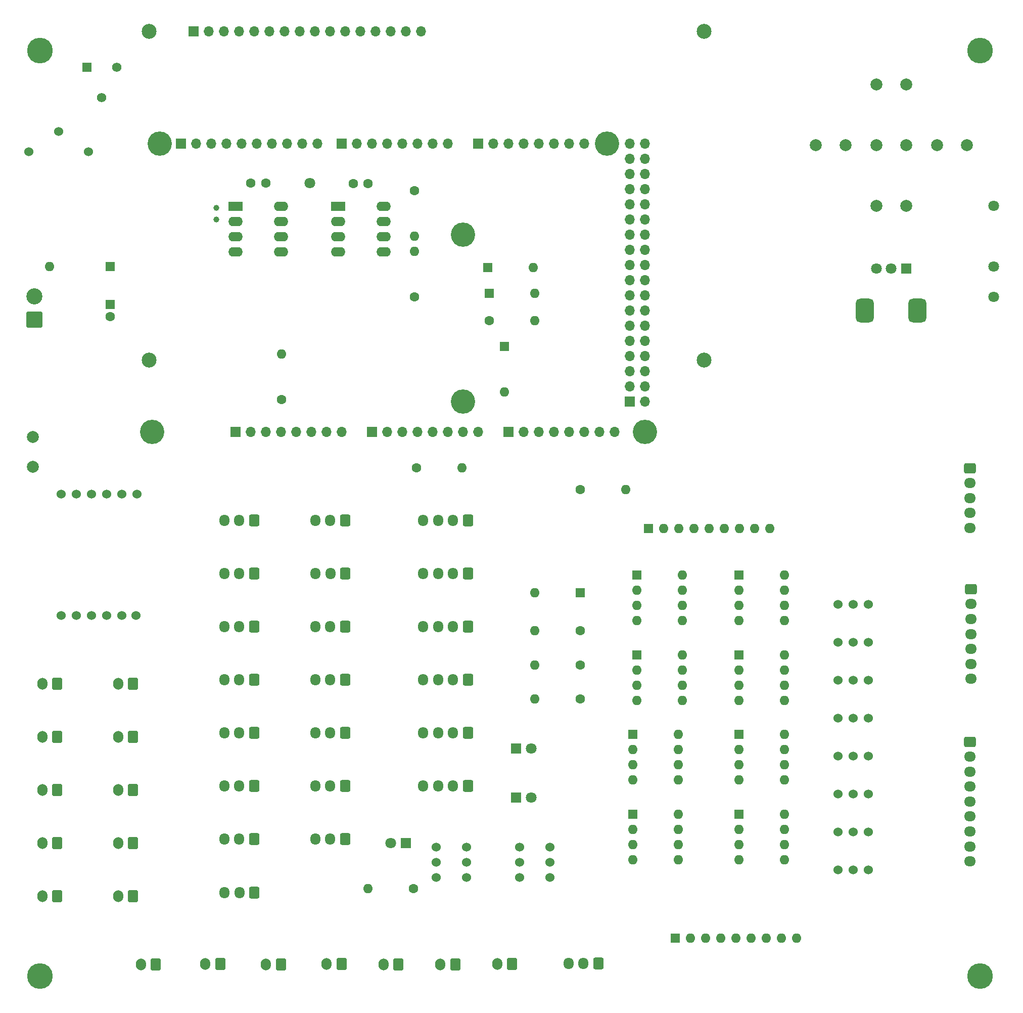
<source format=gbr>
%TF.GenerationSoftware,KiCad,Pcbnew,6.0.7-f9a2dced07~116~ubuntu20.04.1*%
%TF.CreationDate,2022-08-08T10:18:25+09:00*%
%TF.ProjectId,M304,4d333034-2e6b-4696-9361-645f70636258,rev?*%
%TF.SameCoordinates,Original*%
%TF.FileFunction,Soldermask,Bot*%
%TF.FilePolarity,Negative*%
%FSLAX46Y46*%
G04 Gerber Fmt 4.6, Leading zero omitted, Abs format (unit mm)*
G04 Created by KiCad (PCBNEW 6.0.7-f9a2dced07~116~ubuntu20.04.1) date 2022-08-08 10:18:25*
%MOMM*%
%LPD*%
G01*
G04 APERTURE LIST*
G04 Aperture macros list*
%AMRoundRect*
0 Rectangle with rounded corners*
0 $1 Rounding radius*
0 $2 $3 $4 $5 $6 $7 $8 $9 X,Y pos of 4 corners*
0 Add a 4 corners polygon primitive as box body*
4,1,4,$2,$3,$4,$5,$6,$7,$8,$9,$2,$3,0*
0 Add four circle primitives for the rounded corners*
1,1,$1+$1,$2,$3*
1,1,$1+$1,$4,$5*
1,1,$1+$1,$6,$7*
1,1,$1+$1,$8,$9*
0 Add four rect primitives between the rounded corners*
20,1,$1+$1,$2,$3,$4,$5,0*
20,1,$1+$1,$4,$5,$6,$7,0*
20,1,$1+$1,$6,$7,$8,$9,0*
20,1,$1+$1,$8,$9,$2,$3,0*%
G04 Aperture macros list end*
%ADD10C,4.064000*%
%ADD11C,4.300000*%
%ADD12C,1.524000*%
%ADD13RoundRect,0.250000X0.600000X0.725000X-0.600000X0.725000X-0.600000X-0.725000X0.600000X-0.725000X0*%
%ADD14O,1.700000X1.950000*%
%ADD15C,2.000000*%
%ADD16RoundRect,0.250001X1.099999X-1.099999X1.099999X1.099999X-1.099999X1.099999X-1.099999X-1.099999X0*%
%ADD17C,2.700000*%
%ADD18R,1.600000X1.600000*%
%ADD19O,1.600000X1.600000*%
%ADD20C,1.600000*%
%ADD21RoundRect,0.250000X0.600000X0.750000X-0.600000X0.750000X-0.600000X-0.750000X0.600000X-0.750000X0*%
%ADD22O,1.700000X2.000000*%
%ADD23RoundRect,0.250000X-0.725000X0.600000X-0.725000X-0.600000X0.725000X-0.600000X0.725000X0.600000X0*%
%ADD24O,1.950000X1.700000*%
%ADD25R,1.800000X1.800000*%
%ADD26C,1.800000*%
%ADD27C,1.000000*%
%ADD28C,2.500000*%
%ADD29R,1.700000X1.700000*%
%ADD30O,1.700000X1.700000*%
%ADD31R,1.560000X1.560000*%
%ADD32C,1.560000*%
%ADD33RoundRect,0.750000X-0.750000X1.250000X-0.750000X-1.250000X0.750000X-1.250000X0.750000X1.250000X0*%
%ADD34R,2.400000X1.600000*%
%ADD35O,2.400000X1.600000*%
G04 APERTURE END LIST*
D10*
%TO.C,P8*%
X114960000Y-113970000D03*
%TD*%
%TO.C,P9*%
X167030000Y-108890000D03*
%TD*%
%TO.C,P10*%
X197510000Y-113970000D03*
%TD*%
%TO.C,P11*%
X116230000Y-65710000D03*
%TD*%
%TO.C,P12*%
X167030000Y-80950000D03*
%TD*%
%TO.C,P13*%
X191160000Y-65710000D03*
%TD*%
D11*
%TO.C,REF\u002A\u002A*%
X253650000Y-50160000D03*
%TD*%
D12*
%TO.C,BT1*%
X94314000Y-67132000D03*
X104314000Y-67132000D03*
X99314000Y-63732000D03*
%TD*%
D13*
%TO.C,JA2*%
X132040000Y-146575000D03*
D14*
X129540000Y-146575000D03*
X127040000Y-146575000D03*
%TD*%
D15*
%TO.C,SW6*%
X241260000Y-66040000D03*
X236260000Y-66040000D03*
%TD*%
D12*
%TO.C,SW2-7*%
X234950000Y-180975000D03*
X232410000Y-180975000D03*
X229870000Y-180975000D03*
%TD*%
D15*
%TO.C,SW1*%
X94996000Y-114848000D03*
X94996000Y-119848000D03*
%TD*%
D16*
%TO.C,J5*%
X95250000Y-95250000D03*
D17*
X95250000Y-91290000D03*
%TD*%
D13*
%TO.C,JA3*%
X132040000Y-155465000D03*
D14*
X129540000Y-155465000D03*
X127040000Y-155465000D03*
%TD*%
D18*
%TO.C,D2*%
X173990000Y-99695000D03*
D19*
X173990000Y-107315000D03*
%TD*%
D15*
%TO.C,SW2*%
X241260000Y-55880000D03*
X236260000Y-55880000D03*
%TD*%
D20*
%TO.C,R2-1*%
X186690000Y-158750000D03*
D19*
X179070000Y-158750000D03*
%TD*%
D21*
%TO.C,JP33*%
X99060000Y-173990000D03*
D22*
X96560000Y-173990000D03*
%TD*%
D23*
%TO.C,J4*%
X251985000Y-120095000D03*
D24*
X251985000Y-122595000D03*
X251985000Y-125095000D03*
X251985000Y-127595000D03*
X251985000Y-130095000D03*
%TD*%
D13*
%TO.C,JX2*%
X189698000Y-202963000D03*
D14*
X187198000Y-202963000D03*
X184698000Y-202963000D03*
%TD*%
D18*
%TO.C,RN2-2*%
X202550000Y-198755000D03*
D19*
X205090000Y-198755000D03*
X207630000Y-198755000D03*
X210170000Y-198755000D03*
X212710000Y-198755000D03*
X215250000Y-198755000D03*
X217790000Y-198755000D03*
X220330000Y-198755000D03*
X222870000Y-198755000D03*
%TD*%
D13*
%TO.C,JC5*%
X167834000Y-164355000D03*
D14*
X165334000Y-164355000D03*
X162834000Y-164355000D03*
X160334000Y-164355000D03*
%TD*%
D25*
%TO.C,D5*%
X157485000Y-182880000D03*
D26*
X154945000Y-182880000D03*
%TD*%
D27*
%TO.C,Y1*%
X125730000Y-76520000D03*
X125730000Y-78420000D03*
%TD*%
D15*
%TO.C,SW5*%
X251420000Y-66040000D03*
X246420000Y-66040000D03*
%TD*%
D21*
%TO.C,JP54*%
X111760000Y-182880000D03*
D22*
X109260000Y-182880000D03*
%TD*%
D18*
%TO.C,U2-5*%
X196125000Y-137985000D03*
D19*
X196125000Y-140525000D03*
X196125000Y-143065000D03*
X196125000Y-145605000D03*
X203745000Y-145605000D03*
X203745000Y-143065000D03*
X203745000Y-140525000D03*
X203745000Y-137985000D03*
%TD*%
D20*
%TO.C,R2-2*%
X186690000Y-153035000D03*
D19*
X179070000Y-153035000D03*
%TD*%
D20*
%TO.C,R2*%
X158877000Y-91440000D03*
D19*
X158877000Y-83820000D03*
%TD*%
D20*
%TO.C,R6*%
X159258000Y-120015000D03*
D19*
X166878000Y-120015000D03*
%TD*%
D18*
%TO.C,U2-7*%
X195490000Y-164655000D03*
D19*
X195490000Y-167195000D03*
X195490000Y-169735000D03*
X195490000Y-172275000D03*
X203110000Y-172275000D03*
X203110000Y-169735000D03*
X203110000Y-167195000D03*
X203110000Y-164655000D03*
%TD*%
D21*
%TO.C,JD8*%
X126345000Y-203090000D03*
D22*
X123845000Y-203090000D03*
%TD*%
D13*
%TO.C,JC1*%
X167834000Y-128795000D03*
D14*
X165334000Y-128795000D03*
X162834000Y-128795000D03*
X160334000Y-128795000D03*
%TD*%
D21*
%TO.C,JD10*%
X146665000Y-203090000D03*
D22*
X144165000Y-203090000D03*
%TD*%
D28*
%TO.C,REF\u002A\u002A*%
X207420000Y-46990000D03*
%TD*%
D20*
%TO.C,R1*%
X136601200Y-108585000D03*
D19*
X136601200Y-100965000D03*
%TD*%
D13*
%TO.C,JA14*%
X147280000Y-182135000D03*
D14*
X144780000Y-182135000D03*
X142280000Y-182135000D03*
%TD*%
D28*
%TO.C,REF\u002A\u002A*%
X114420000Y-101965000D03*
%TD*%
D20*
%TO.C,R3*%
X158877000Y-73660000D03*
D19*
X158877000Y-81280000D03*
%TD*%
D11*
%TO.C,REF\u002A\u002A*%
X96170000Y-50160000D03*
%TD*%
D20*
%TO.C,R7*%
X158750000Y-190500000D03*
D19*
X151130000Y-190500000D03*
%TD*%
D21*
%TO.C,JD9*%
X136525000Y-203200000D03*
D22*
X134025000Y-203200000D03*
%TD*%
D13*
%TO.C,JA9*%
X147320000Y-137685000D03*
D14*
X144820000Y-137685000D03*
X142320000Y-137685000D03*
%TD*%
D18*
%TO.C,U2-8*%
X195490000Y-177990000D03*
D19*
X195490000Y-180530000D03*
X195490000Y-183070000D03*
X195490000Y-185610000D03*
X203110000Y-185610000D03*
X203110000Y-183070000D03*
X203110000Y-180530000D03*
X203110000Y-177990000D03*
%TD*%
D28*
%TO.C,REF\u002A\u002A*%
X114420000Y-46965000D03*
%TD*%
D20*
%TO.C,R4*%
X171450000Y-95377000D03*
D19*
X179070000Y-95377000D03*
%TD*%
D18*
%TO.C,U2-4*%
X213270000Y-177990000D03*
D19*
X213270000Y-180530000D03*
X213270000Y-183070000D03*
X213270000Y-185610000D03*
X220890000Y-185610000D03*
X220890000Y-183070000D03*
X220890000Y-180530000D03*
X220890000Y-177990000D03*
%TD*%
D11*
%TO.C,REF\u002A\u002A*%
X253650000Y-205100000D03*
%TD*%
D18*
%TO.C,C3*%
X107950000Y-92710000D03*
D20*
X107950000Y-94710000D03*
%TD*%
D18*
%TO.C,U2-2*%
X213270000Y-151320000D03*
D19*
X213270000Y-153860000D03*
X213270000Y-156400000D03*
X213270000Y-158940000D03*
X220890000Y-158940000D03*
X220890000Y-156400000D03*
X220890000Y-153860000D03*
X220890000Y-151320000D03*
%TD*%
D23*
%TO.C,J3*%
X252095000Y-140335000D03*
D24*
X252095000Y-142835000D03*
X252095000Y-145335000D03*
X252095000Y-147835000D03*
X252095000Y-150335000D03*
X252095000Y-152835000D03*
X252095000Y-155335000D03*
%TD*%
D20*
%TO.C,C2*%
X148610000Y-72440800D03*
X151110000Y-72440800D03*
%TD*%
D13*
%TO.C,JA8*%
X147280000Y-128795000D03*
D14*
X144780000Y-128795000D03*
X142280000Y-128795000D03*
%TD*%
D13*
%TO.C,JA0*%
X132040000Y-128795000D03*
D14*
X129540000Y-128795000D03*
X127040000Y-128795000D03*
%TD*%
D21*
%TO.C,JP32*%
X99060000Y-165100000D03*
D22*
X96560000Y-165100000D03*
%TD*%
D12*
%TO.C,SW2-5*%
X234950000Y-168275000D03*
X232410000Y-168275000D03*
X229870000Y-168275000D03*
%TD*%
D13*
%TO.C,JA7*%
X132080000Y-191135000D03*
D14*
X129580000Y-191135000D03*
X127080000Y-191135000D03*
%TD*%
D26*
%TO.C,JD49*%
X255905000Y-91440000D03*
%TD*%
%TO.C,SQW1*%
X141376400Y-72390000D03*
%TD*%
D12*
%TO.C,SW2-9*%
X176530000Y-183515000D03*
X176530000Y-186055000D03*
X176530000Y-188595000D03*
X181610000Y-183515000D03*
X181610000Y-186055000D03*
X181610000Y-188595000D03*
%TD*%
D21*
%TO.C,JP34*%
X99060000Y-182880000D03*
D22*
X96560000Y-182880000D03*
%TD*%
D18*
%TO.C,D1*%
X171450000Y-90805000D03*
D19*
X179070000Y-90805000D03*
%TD*%
D18*
%TO.C,U2-3*%
X213270000Y-164655000D03*
D19*
X213270000Y-167195000D03*
X213270000Y-169735000D03*
X213270000Y-172275000D03*
X220890000Y-172275000D03*
X220890000Y-169735000D03*
X220890000Y-167195000D03*
X220890000Y-164655000D03*
%TD*%
D20*
%TO.C,R2-3*%
X186690000Y-147320000D03*
D19*
X179070000Y-147320000D03*
%TD*%
D21*
%TO.C,JD12*%
X165735000Y-203200000D03*
D22*
X163235000Y-203200000D03*
%TD*%
D12*
%TO.C,SW2-6*%
X234950000Y-174625000D03*
X232410000Y-174625000D03*
X229870000Y-174625000D03*
%TD*%
D29*
%TO.C,J1*%
X121920000Y-46965000D03*
D30*
X124460000Y-46965000D03*
X127000000Y-46965000D03*
X129540000Y-46965000D03*
X132080000Y-46965000D03*
X134620000Y-46965000D03*
X137160000Y-46965000D03*
X139700000Y-46965000D03*
X142240000Y-46965000D03*
X144780000Y-46965000D03*
X147320000Y-46965000D03*
X149860000Y-46965000D03*
X152400000Y-46965000D03*
X154940000Y-46965000D03*
X157480000Y-46965000D03*
X160020000Y-46965000D03*
%TD*%
D13*
%TO.C,JA4*%
X132040000Y-164355000D03*
D14*
X129540000Y-164355000D03*
X127040000Y-164355000D03*
%TD*%
D13*
%TO.C,JC3*%
X167834000Y-146575000D03*
D14*
X165334000Y-146575000D03*
X162834000Y-146575000D03*
X160334000Y-146575000D03*
%TD*%
D26*
%TO.C,JD30*%
X255905000Y-76200000D03*
%TD*%
D25*
%TO.C,D2-1*%
X175890000Y-175260000D03*
D26*
X178430000Y-175260000D03*
%TD*%
D18*
%TO.C,D4*%
X107950000Y-86360000D03*
D19*
X97790000Y-86360000D03*
%TD*%
D12*
%TO.C,SW7*%
X162560000Y-183515000D03*
X162560000Y-186055000D03*
X162560000Y-188595000D03*
X167640000Y-183515000D03*
X167640000Y-186055000D03*
X167640000Y-188595000D03*
%TD*%
%TO.C,U3*%
X99727000Y-144780000D03*
X102267000Y-144780000D03*
X104807000Y-144780000D03*
X107347000Y-144780000D03*
X109887000Y-144780000D03*
X112215000Y-144780000D03*
X112427000Y-124460000D03*
X109887000Y-124460000D03*
X107347000Y-124460000D03*
X104807000Y-124460000D03*
X102267000Y-124460000D03*
X99727000Y-124460000D03*
%TD*%
D11*
%TO.C,REF\u002A\u002A*%
X96170000Y-205100000D03*
%TD*%
D31*
%TO.C,RV1*%
X104000000Y-53000000D03*
D32*
X106500000Y-58000000D03*
X109000000Y-53000000D03*
%TD*%
D26*
%TO.C,JD48*%
X255905000Y-86360000D03*
%TD*%
D25*
%TO.C,RV2*%
X241260000Y-86660000D03*
D26*
X238760000Y-86660000D03*
X236260000Y-86660000D03*
D33*
X243160000Y-93660000D03*
X234360000Y-93660000D03*
%TD*%
D18*
%TO.C,U2-1*%
X213270000Y-137985000D03*
D19*
X213270000Y-140525000D03*
X213270000Y-143065000D03*
X213270000Y-145605000D03*
X220890000Y-145605000D03*
X220890000Y-143065000D03*
X220890000Y-140525000D03*
X220890000Y-137985000D03*
%TD*%
D21*
%TO.C,JP53*%
X111760000Y-173990000D03*
D22*
X109260000Y-173990000D03*
%TD*%
D13*
%TO.C,JC6*%
X167834000Y-173245000D03*
D14*
X165334000Y-173245000D03*
X162834000Y-173245000D03*
X160334000Y-173245000D03*
%TD*%
D28*
%TO.C,REF\u002A\u002A*%
X207420000Y-101965000D03*
%TD*%
D13*
%TO.C,JA5*%
X132040000Y-173245000D03*
D14*
X129540000Y-173245000D03*
X127040000Y-173245000D03*
%TD*%
D15*
%TO.C,SW4*%
X231100000Y-66040000D03*
X226100000Y-66040000D03*
%TD*%
D12*
%TO.C,SW2-8*%
X234950000Y-187325000D03*
X232410000Y-187325000D03*
X229870000Y-187325000D03*
%TD*%
D21*
%TO.C,JP51*%
X111760000Y-156210000D03*
D22*
X109260000Y-156210000D03*
%TD*%
D12*
%TO.C,SW2-3*%
X234950000Y-155575000D03*
X232410000Y-155575000D03*
X229870000Y-155575000D03*
%TD*%
D13*
%TO.C,JC2*%
X167834000Y-137685000D03*
D14*
X165334000Y-137685000D03*
X162834000Y-137685000D03*
X160334000Y-137685000D03*
%TD*%
D21*
%TO.C,JP52*%
X111760000Y-165100000D03*
D22*
X109260000Y-165100000D03*
%TD*%
D21*
%TO.C,JP35*%
X99060000Y-191770000D03*
D22*
X96560000Y-191770000D03*
%TD*%
D21*
%TO.C,JD11*%
X156210000Y-203200000D03*
D22*
X153710000Y-203200000D03*
%TD*%
D18*
%TO.C,RN2-1*%
X198105000Y-130175000D03*
D19*
X200645000Y-130175000D03*
X203185000Y-130175000D03*
X205725000Y-130175000D03*
X208265000Y-130175000D03*
X210805000Y-130175000D03*
X213345000Y-130175000D03*
X215885000Y-130175000D03*
X218425000Y-130175000D03*
%TD*%
D34*
%TO.C,U2*%
X146085800Y-76210000D03*
D35*
X146085800Y-78750000D03*
X146085800Y-81290000D03*
X146085800Y-83830000D03*
X153705800Y-83830000D03*
X153705800Y-81290000D03*
X153705800Y-78750000D03*
X153705800Y-76210000D03*
%TD*%
D21*
%TO.C,JD7*%
X115570000Y-203200000D03*
D22*
X113070000Y-203200000D03*
%TD*%
D34*
%TO.C,U1*%
X128890000Y-76210000D03*
D35*
X128890000Y-78750000D03*
X128890000Y-81290000D03*
X128890000Y-83830000D03*
X136510000Y-83830000D03*
X136510000Y-81290000D03*
X136510000Y-78750000D03*
X136510000Y-76210000D03*
%TD*%
D20*
%TO.C,R5*%
X186690000Y-123698000D03*
D19*
X194310000Y-123698000D03*
%TD*%
D18*
%TO.C,D3*%
X171196000Y-86487000D03*
D19*
X178816000Y-86487000D03*
%TD*%
D21*
%TO.C,JP55*%
X111760000Y-191770000D03*
D22*
X109260000Y-191770000D03*
%TD*%
D13*
%TO.C,JA11*%
X147280000Y-155465000D03*
D14*
X144780000Y-155465000D03*
X142280000Y-155465000D03*
%TD*%
D25*
%TO.C,D2-2*%
X175895000Y-167005000D03*
D26*
X178435000Y-167005000D03*
%TD*%
D12*
%TO.C,SW2-1*%
X234950000Y-142875000D03*
X232410000Y-142875000D03*
X229870000Y-142875000D03*
%TD*%
D13*
%TO.C,JA6*%
X132040000Y-182135000D03*
D14*
X129540000Y-182135000D03*
X127040000Y-182135000D03*
%TD*%
D13*
%TO.C,JA10*%
X147280000Y-146575000D03*
D14*
X144780000Y-146575000D03*
X142280000Y-146575000D03*
%TD*%
D18*
%TO.C,D2-3*%
X186690000Y-140970000D03*
D19*
X179070000Y-140970000D03*
%TD*%
D13*
%TO.C,JA13*%
X147280000Y-173245000D03*
D14*
X144780000Y-173245000D03*
X142280000Y-173245000D03*
%TD*%
D23*
%TO.C,J2*%
X251985000Y-165895000D03*
D24*
X251985000Y-168395000D03*
X251985000Y-170895000D03*
X251985000Y-173395000D03*
X251985000Y-175895000D03*
X251985000Y-178395000D03*
X251985000Y-180895000D03*
X251985000Y-183395000D03*
X251985000Y-185895000D03*
%TD*%
D13*
%TO.C,JC4*%
X167834000Y-155465000D03*
D14*
X165334000Y-155465000D03*
X162834000Y-155465000D03*
X160334000Y-155465000D03*
%TD*%
D20*
%TO.C,C1*%
X133965000Y-72390000D03*
X131465000Y-72390000D03*
%TD*%
D21*
%TO.C,JD13*%
X175240000Y-203090000D03*
D22*
X172740000Y-203090000D03*
%TD*%
D12*
%TO.C,SW2-4*%
X234950000Y-161925000D03*
X232410000Y-161925000D03*
X229870000Y-161925000D03*
%TD*%
D13*
%TO.C,JA12*%
X147280000Y-164355000D03*
D14*
X144780000Y-164355000D03*
X142280000Y-164355000D03*
%TD*%
D21*
%TO.C,JP31*%
X99060000Y-156210000D03*
D22*
X96560000Y-156210000D03*
%TD*%
D13*
%TO.C,JA1*%
X132040000Y-137685000D03*
D14*
X129540000Y-137685000D03*
X127040000Y-137685000D03*
%TD*%
D12*
%TO.C,SW2-2*%
X234950000Y-149225000D03*
X232410000Y-149225000D03*
X229870000Y-149225000D03*
%TD*%
D15*
%TO.C,SW3*%
X241260000Y-76200000D03*
X236260000Y-76200000D03*
%TD*%
D18*
%TO.C,U2-6*%
X196125000Y-151320000D03*
D19*
X196125000Y-153860000D03*
X196125000Y-156400000D03*
X196125000Y-158940000D03*
X203745000Y-158940000D03*
X203745000Y-156400000D03*
X203745000Y-153860000D03*
X203745000Y-151320000D03*
%TD*%
D29*
%TO.C,P1*%
X194970000Y-108890000D03*
D30*
X197510000Y-108890000D03*
X194970000Y-106350000D03*
X197510000Y-106350000D03*
X194970000Y-103810000D03*
X197510000Y-103810000D03*
X194970000Y-101270000D03*
X197510000Y-101270000D03*
X194970000Y-98730000D03*
X197510000Y-98730000D03*
X194970000Y-96190000D03*
X197510000Y-96190000D03*
X194970000Y-93650000D03*
X197510000Y-93650000D03*
X194970000Y-91110000D03*
X197510000Y-91110000D03*
X194970000Y-88570000D03*
X197510000Y-88570000D03*
X194970000Y-86030000D03*
X197510000Y-86030000D03*
X194970000Y-83490000D03*
X197510000Y-83490000D03*
X194970000Y-80950000D03*
X197510000Y-80950000D03*
X194970000Y-78410000D03*
X197510000Y-78410000D03*
X194970000Y-75870000D03*
X197510000Y-75870000D03*
X194970000Y-73330000D03*
X197510000Y-73330000D03*
X194970000Y-70790000D03*
X197510000Y-70790000D03*
X194970000Y-68250000D03*
X197510000Y-68250000D03*
X194970000Y-65710000D03*
X197510000Y-65710000D03*
%TD*%
D29*
%TO.C,P2*%
X128930000Y-113970000D03*
D30*
X131470000Y-113970000D03*
X134010000Y-113970000D03*
X136550000Y-113970000D03*
X139090000Y-113970000D03*
X141630000Y-113970000D03*
X144170000Y-113970000D03*
X146710000Y-113970000D03*
%TD*%
D29*
%TO.C,P3*%
X151790000Y-113970000D03*
D30*
X154330000Y-113970000D03*
X156870000Y-113970000D03*
X159410000Y-113970000D03*
X161950000Y-113970000D03*
X164490000Y-113970000D03*
X167030000Y-113970000D03*
X169570000Y-113970000D03*
%TD*%
D29*
%TO.C,P4*%
X174650000Y-113970000D03*
D30*
X177190000Y-113970000D03*
X179730000Y-113970000D03*
X182270000Y-113970000D03*
X184810000Y-113970000D03*
X187350000Y-113970000D03*
X189890000Y-113970000D03*
X192430000Y-113970000D03*
%TD*%
D29*
%TO.C,P5*%
X119786000Y-65710000D03*
D30*
X122326000Y-65710000D03*
X124866000Y-65710000D03*
X127406000Y-65710000D03*
X129946000Y-65710000D03*
X132486000Y-65710000D03*
X135026000Y-65710000D03*
X137566000Y-65710000D03*
X140106000Y-65710000D03*
X142646000Y-65710000D03*
%TD*%
D29*
%TO.C,P6*%
X146710000Y-65710000D03*
D30*
X149250000Y-65710000D03*
X151790000Y-65710000D03*
X154330000Y-65710000D03*
X156870000Y-65710000D03*
X159410000Y-65710000D03*
X161950000Y-65710000D03*
X164490000Y-65710000D03*
%TD*%
D29*
%TO.C,P7*%
X169570000Y-65710000D03*
D30*
X172110000Y-65710000D03*
X174650000Y-65710000D03*
X177190000Y-65710000D03*
X179730000Y-65710000D03*
X182270000Y-65710000D03*
X184810000Y-65710000D03*
X187350000Y-65710000D03*
%TD*%
M02*

</source>
